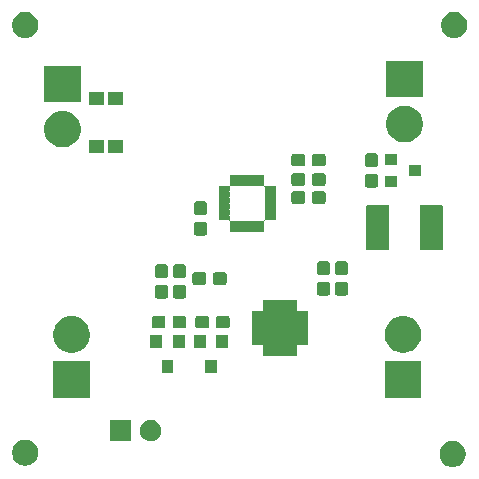
<source format=gbr>
G04 #@! TF.GenerationSoftware,KiCad,Pcbnew,(5.1.5)-3*
G04 #@! TF.CreationDate,2020-08-30T19:55:31+02:00*
G04 #@! TF.ProjectId,Drone_PCB,44726f6e-655f-4504-9342-2e6b69636164,rev?*
G04 #@! TF.SameCoordinates,Original*
G04 #@! TF.FileFunction,Soldermask,Bot*
G04 #@! TF.FilePolarity,Negative*
%FSLAX46Y46*%
G04 Gerber Fmt 4.6, Leading zero omitted, Abs format (unit mm)*
G04 Created by KiCad (PCBNEW (5.1.5)-3) date 2020-08-30 19:55:31*
%MOMM*%
%LPD*%
G04 APERTURE LIST*
%ADD10C,0.100000*%
G04 APERTURE END LIST*
D10*
G36*
X86954007Y-74230800D02*
G01*
X87062150Y-74252311D01*
X87262520Y-74335307D01*
X87442844Y-74455795D01*
X87596205Y-74609156D01*
X87716693Y-74789480D01*
X87799689Y-74989851D01*
X87842000Y-75202560D01*
X87842000Y-75419440D01*
X87799689Y-75632149D01*
X87716693Y-75832520D01*
X87596205Y-76012844D01*
X87442844Y-76166205D01*
X87262520Y-76286693D01*
X87162334Y-76328191D01*
X87062150Y-76369689D01*
X86955795Y-76390844D01*
X86849440Y-76412000D01*
X86632560Y-76412000D01*
X86526205Y-76390844D01*
X86419850Y-76369689D01*
X86219480Y-76286693D01*
X86039156Y-76166205D01*
X85885795Y-76012844D01*
X85765307Y-75832520D01*
X85682311Y-75632149D01*
X85640000Y-75419440D01*
X85640000Y-75202560D01*
X85682311Y-74989851D01*
X85765307Y-74789480D01*
X85885795Y-74609156D01*
X86039156Y-74455795D01*
X86219480Y-74335307D01*
X86419850Y-74252311D01*
X86527993Y-74230800D01*
X86632560Y-74210000D01*
X86849440Y-74210000D01*
X86954007Y-74230800D01*
G37*
G36*
X50760795Y-74109156D02*
G01*
X50867150Y-74130311D01*
X51067520Y-74213307D01*
X51247844Y-74333795D01*
X51401205Y-74487156D01*
X51521693Y-74667480D01*
X51604689Y-74867851D01*
X51647000Y-75080560D01*
X51647000Y-75297440D01*
X51604689Y-75510149D01*
X51521693Y-75710520D01*
X51401205Y-75890844D01*
X51247844Y-76044205D01*
X51067520Y-76164693D01*
X50967334Y-76206191D01*
X50867150Y-76247689D01*
X50760795Y-76268844D01*
X50654440Y-76290000D01*
X50437560Y-76290000D01*
X50331205Y-76268844D01*
X50224850Y-76247689D01*
X50124666Y-76206191D01*
X50024480Y-76164693D01*
X49844156Y-76044205D01*
X49690795Y-75890844D01*
X49570307Y-75710520D01*
X49487311Y-75510149D01*
X49445000Y-75297440D01*
X49445000Y-75080560D01*
X49487311Y-74867851D01*
X49570307Y-74667480D01*
X49690795Y-74487156D01*
X49844156Y-74333795D01*
X50024480Y-74213307D01*
X50224850Y-74130311D01*
X50331205Y-74109156D01*
X50437560Y-74088000D01*
X50654440Y-74088000D01*
X50760795Y-74109156D01*
G37*
G36*
X61302112Y-72433727D02*
G01*
X61451412Y-72463424D01*
X61615384Y-72531344D01*
X61762954Y-72629947D01*
X61888453Y-72755446D01*
X61987056Y-72903016D01*
X62054976Y-73066988D01*
X62089600Y-73241059D01*
X62089600Y-73418541D01*
X62054976Y-73592612D01*
X61987056Y-73756584D01*
X61888453Y-73904154D01*
X61762954Y-74029653D01*
X61615384Y-74128256D01*
X61451412Y-74196176D01*
X61302112Y-74225873D01*
X61277342Y-74230800D01*
X61099858Y-74230800D01*
X61075088Y-74225873D01*
X60925788Y-74196176D01*
X60761816Y-74128256D01*
X60614246Y-74029653D01*
X60488747Y-73904154D01*
X60390144Y-73756584D01*
X60322224Y-73592612D01*
X60287600Y-73418541D01*
X60287600Y-73241059D01*
X60322224Y-73066988D01*
X60390144Y-72903016D01*
X60488747Y-72755446D01*
X60614246Y-72629947D01*
X60761816Y-72531344D01*
X60925788Y-72463424D01*
X61075088Y-72433727D01*
X61099858Y-72428800D01*
X61277342Y-72428800D01*
X61302112Y-72433727D01*
G37*
G36*
X59549600Y-74230800D02*
G01*
X57747600Y-74230800D01*
X57747600Y-72428800D01*
X59549600Y-72428800D01*
X59549600Y-74230800D01*
G37*
G36*
X84100870Y-70550870D02*
G01*
X80999130Y-70550870D01*
X80999130Y-67449130D01*
X84100870Y-67449130D01*
X84100870Y-70550870D01*
G37*
G36*
X56033870Y-70550870D02*
G01*
X52932130Y-70550870D01*
X52932130Y-67449130D01*
X56033870Y-67449130D01*
X56033870Y-70550870D01*
G37*
G36*
X66794380Y-68453000D02*
G01*
X65793620Y-68453000D01*
X65793620Y-67350640D01*
X66794380Y-67350640D01*
X66794380Y-68453000D01*
G37*
G36*
X63111380Y-68453000D02*
G01*
X62110620Y-68453000D01*
X62110620Y-67350640D01*
X63111380Y-67350640D01*
X63111380Y-68453000D01*
G37*
G36*
X71041355Y-62243083D02*
G01*
X71046029Y-62244501D01*
X71050330Y-62246800D01*
X71056702Y-62252029D01*
X71077076Y-62265643D01*
X71099715Y-62275020D01*
X71123749Y-62279800D01*
X71148253Y-62279800D01*
X71172286Y-62275019D01*
X71194925Y-62265642D01*
X71215298Y-62252029D01*
X71221670Y-62246800D01*
X71225971Y-62244501D01*
X71230645Y-62243083D01*
X71241641Y-62242000D01*
X71530359Y-62242000D01*
X71541355Y-62243083D01*
X71546029Y-62244501D01*
X71550330Y-62246800D01*
X71556702Y-62252029D01*
X71577076Y-62265643D01*
X71599715Y-62275020D01*
X71623749Y-62279800D01*
X71648253Y-62279800D01*
X71672286Y-62275019D01*
X71694925Y-62265642D01*
X71715298Y-62252029D01*
X71721670Y-62246800D01*
X71725971Y-62244501D01*
X71730645Y-62243083D01*
X71741641Y-62242000D01*
X72030359Y-62242000D01*
X72041355Y-62243083D01*
X72046029Y-62244501D01*
X72050330Y-62246800D01*
X72056702Y-62252029D01*
X72077076Y-62265643D01*
X72099715Y-62275020D01*
X72123749Y-62279800D01*
X72148253Y-62279800D01*
X72172286Y-62275019D01*
X72194925Y-62265642D01*
X72215298Y-62252029D01*
X72221670Y-62246800D01*
X72225971Y-62244501D01*
X72230645Y-62243083D01*
X72241641Y-62242000D01*
X72530359Y-62242000D01*
X72541355Y-62243083D01*
X72546029Y-62244501D01*
X72550330Y-62246800D01*
X72556702Y-62252029D01*
X72577076Y-62265643D01*
X72599715Y-62275020D01*
X72623749Y-62279800D01*
X72648253Y-62279800D01*
X72672286Y-62275019D01*
X72694925Y-62265642D01*
X72715298Y-62252029D01*
X72721670Y-62246800D01*
X72725971Y-62244501D01*
X72730645Y-62243083D01*
X72741641Y-62242000D01*
X73030359Y-62242000D01*
X73041355Y-62243083D01*
X73046029Y-62244501D01*
X73050330Y-62246800D01*
X73056702Y-62252029D01*
X73077076Y-62265643D01*
X73099715Y-62275020D01*
X73123749Y-62279800D01*
X73148253Y-62279800D01*
X73172286Y-62275019D01*
X73194925Y-62265642D01*
X73215298Y-62252029D01*
X73221670Y-62246800D01*
X73225971Y-62244501D01*
X73230645Y-62243083D01*
X73241641Y-62242000D01*
X73530359Y-62242000D01*
X73541355Y-62243083D01*
X73546029Y-62244501D01*
X73550331Y-62246800D01*
X73554104Y-62249896D01*
X73557200Y-62253669D01*
X73559499Y-62257971D01*
X73560917Y-62262645D01*
X73562000Y-62273641D01*
X73562000Y-63092001D01*
X73564402Y-63116387D01*
X73571515Y-63139836D01*
X73583066Y-63161447D01*
X73598611Y-63180389D01*
X73617553Y-63195934D01*
X73639164Y-63207485D01*
X73662613Y-63214598D01*
X73686999Y-63217000D01*
X74505359Y-63217000D01*
X74516355Y-63218083D01*
X74521029Y-63219501D01*
X74525331Y-63221800D01*
X74529104Y-63224896D01*
X74532200Y-63228669D01*
X74534499Y-63232971D01*
X74535917Y-63237645D01*
X74537000Y-63248641D01*
X74537000Y-63537359D01*
X74535917Y-63548355D01*
X74534499Y-63553029D01*
X74532200Y-63557330D01*
X74526971Y-63563702D01*
X74513357Y-63584076D01*
X74503980Y-63606715D01*
X74499200Y-63630749D01*
X74499200Y-63655253D01*
X74503981Y-63679286D01*
X74513358Y-63701925D01*
X74526971Y-63722298D01*
X74532200Y-63728670D01*
X74534499Y-63732971D01*
X74535917Y-63737645D01*
X74537000Y-63748641D01*
X74537000Y-64037359D01*
X74535917Y-64048355D01*
X74534499Y-64053029D01*
X74532200Y-64057330D01*
X74526971Y-64063702D01*
X74513357Y-64084076D01*
X74503980Y-64106715D01*
X74499200Y-64130749D01*
X74499200Y-64155253D01*
X74503981Y-64179286D01*
X74513358Y-64201925D01*
X74526971Y-64222298D01*
X74532200Y-64228670D01*
X74534499Y-64232971D01*
X74535917Y-64237645D01*
X74537000Y-64248641D01*
X74537000Y-64537359D01*
X74535917Y-64548355D01*
X74534499Y-64553029D01*
X74532200Y-64557330D01*
X74526971Y-64563702D01*
X74513357Y-64584076D01*
X74503980Y-64606715D01*
X74499200Y-64630749D01*
X74499200Y-64655253D01*
X74503981Y-64679286D01*
X74513358Y-64701925D01*
X74526971Y-64722298D01*
X74532200Y-64728670D01*
X74534499Y-64732971D01*
X74535917Y-64737645D01*
X74537000Y-64748641D01*
X74537000Y-65037359D01*
X74535917Y-65048355D01*
X74534499Y-65053029D01*
X74532200Y-65057330D01*
X74526971Y-65063702D01*
X74513357Y-65084076D01*
X74503980Y-65106715D01*
X74499200Y-65130749D01*
X74499200Y-65155253D01*
X74503981Y-65179286D01*
X74513358Y-65201925D01*
X74526971Y-65222298D01*
X74532200Y-65228670D01*
X74534499Y-65232971D01*
X74535917Y-65237645D01*
X74537000Y-65248641D01*
X74537000Y-65537359D01*
X74535917Y-65548355D01*
X74534499Y-65553029D01*
X74532200Y-65557330D01*
X74526971Y-65563702D01*
X74513357Y-65584076D01*
X74503980Y-65606715D01*
X74499200Y-65630749D01*
X74499200Y-65655253D01*
X74503981Y-65679286D01*
X74513358Y-65701925D01*
X74526971Y-65722298D01*
X74532200Y-65728670D01*
X74534499Y-65732971D01*
X74535917Y-65737645D01*
X74537000Y-65748641D01*
X74537000Y-66037359D01*
X74535917Y-66048355D01*
X74534499Y-66053029D01*
X74532200Y-66057331D01*
X74529104Y-66061104D01*
X74525331Y-66064200D01*
X74521029Y-66066499D01*
X74516355Y-66067917D01*
X74505359Y-66069000D01*
X73686999Y-66069000D01*
X73662613Y-66071402D01*
X73639164Y-66078515D01*
X73617553Y-66090066D01*
X73598611Y-66105611D01*
X73583066Y-66124553D01*
X73571515Y-66146164D01*
X73564402Y-66169613D01*
X73562000Y-66193999D01*
X73562000Y-67012359D01*
X73560917Y-67023355D01*
X73559499Y-67028029D01*
X73557200Y-67032331D01*
X73554104Y-67036104D01*
X73550331Y-67039200D01*
X73546029Y-67041499D01*
X73541355Y-67042917D01*
X73530359Y-67044000D01*
X73241641Y-67044000D01*
X73230645Y-67042917D01*
X73225971Y-67041499D01*
X73221670Y-67039200D01*
X73215298Y-67033971D01*
X73194924Y-67020357D01*
X73172285Y-67010980D01*
X73148251Y-67006200D01*
X73123747Y-67006200D01*
X73099714Y-67010981D01*
X73077075Y-67020358D01*
X73056702Y-67033971D01*
X73050330Y-67039200D01*
X73046029Y-67041499D01*
X73041355Y-67042917D01*
X73030359Y-67044000D01*
X72741641Y-67044000D01*
X72730645Y-67042917D01*
X72725971Y-67041499D01*
X72721670Y-67039200D01*
X72715298Y-67033971D01*
X72694924Y-67020357D01*
X72672285Y-67010980D01*
X72648251Y-67006200D01*
X72623747Y-67006200D01*
X72599714Y-67010981D01*
X72577075Y-67020358D01*
X72556702Y-67033971D01*
X72550330Y-67039200D01*
X72546029Y-67041499D01*
X72541355Y-67042917D01*
X72530359Y-67044000D01*
X72241641Y-67044000D01*
X72230645Y-67042917D01*
X72225971Y-67041499D01*
X72221670Y-67039200D01*
X72215298Y-67033971D01*
X72194924Y-67020357D01*
X72172285Y-67010980D01*
X72148251Y-67006200D01*
X72123747Y-67006200D01*
X72099714Y-67010981D01*
X72077075Y-67020358D01*
X72056702Y-67033971D01*
X72050330Y-67039200D01*
X72046029Y-67041499D01*
X72041355Y-67042917D01*
X72030359Y-67044000D01*
X71741641Y-67044000D01*
X71730645Y-67042917D01*
X71725971Y-67041499D01*
X71721670Y-67039200D01*
X71715298Y-67033971D01*
X71694924Y-67020357D01*
X71672285Y-67010980D01*
X71648251Y-67006200D01*
X71623747Y-67006200D01*
X71599714Y-67010981D01*
X71577075Y-67020358D01*
X71556702Y-67033971D01*
X71550330Y-67039200D01*
X71546029Y-67041499D01*
X71541355Y-67042917D01*
X71530359Y-67044000D01*
X71241641Y-67044000D01*
X71230645Y-67042917D01*
X71225971Y-67041499D01*
X71221670Y-67039200D01*
X71215298Y-67033971D01*
X71194924Y-67020357D01*
X71172285Y-67010980D01*
X71148251Y-67006200D01*
X71123747Y-67006200D01*
X71099714Y-67010981D01*
X71077075Y-67020358D01*
X71056702Y-67033971D01*
X71050330Y-67039200D01*
X71046029Y-67041499D01*
X71041355Y-67042917D01*
X71030359Y-67044000D01*
X70741641Y-67044000D01*
X70730645Y-67042917D01*
X70725971Y-67041499D01*
X70721669Y-67039200D01*
X70717896Y-67036104D01*
X70714800Y-67032331D01*
X70712501Y-67028029D01*
X70711083Y-67023355D01*
X70710000Y-67012359D01*
X70710000Y-66193999D01*
X70707598Y-66169613D01*
X70700485Y-66146164D01*
X70688934Y-66124553D01*
X70673389Y-66105611D01*
X70654447Y-66090066D01*
X70632836Y-66078515D01*
X70609387Y-66071402D01*
X70585001Y-66069000D01*
X69766641Y-66069000D01*
X69755645Y-66067917D01*
X69750971Y-66066499D01*
X69746669Y-66064200D01*
X69742896Y-66061104D01*
X69739800Y-66057331D01*
X69737501Y-66053029D01*
X69736083Y-66048355D01*
X69735000Y-66037359D01*
X69735000Y-65748641D01*
X69736083Y-65737645D01*
X69737501Y-65732971D01*
X69739800Y-65728670D01*
X69745029Y-65722298D01*
X69758643Y-65701924D01*
X69768020Y-65679285D01*
X69772800Y-65655251D01*
X69772800Y-65630747D01*
X69768019Y-65606714D01*
X69758642Y-65584075D01*
X69745029Y-65563702D01*
X69739800Y-65557330D01*
X69737501Y-65553029D01*
X69736083Y-65548355D01*
X69735000Y-65537359D01*
X69735000Y-65248641D01*
X69736083Y-65237645D01*
X69737501Y-65232971D01*
X69739800Y-65228670D01*
X69745029Y-65222298D01*
X69758643Y-65201924D01*
X69768020Y-65179285D01*
X69772800Y-65155251D01*
X69772800Y-65130747D01*
X69768019Y-65106714D01*
X69758642Y-65084075D01*
X69745029Y-65063702D01*
X69739800Y-65057330D01*
X69737501Y-65053029D01*
X69736083Y-65048355D01*
X69735000Y-65037359D01*
X69735000Y-64748641D01*
X69736083Y-64737645D01*
X69737501Y-64732971D01*
X69739800Y-64728670D01*
X69745029Y-64722298D01*
X69758643Y-64701924D01*
X69768020Y-64679285D01*
X69772800Y-64655251D01*
X69772800Y-64630747D01*
X69768019Y-64606714D01*
X69758642Y-64584075D01*
X69745029Y-64563702D01*
X69739800Y-64557330D01*
X69737501Y-64553029D01*
X69736083Y-64548355D01*
X69735000Y-64537359D01*
X69735000Y-64248641D01*
X69736083Y-64237645D01*
X69737501Y-64232971D01*
X69739800Y-64228670D01*
X69745029Y-64222298D01*
X69758643Y-64201924D01*
X69768020Y-64179285D01*
X69772800Y-64155251D01*
X69772800Y-64130747D01*
X69768019Y-64106714D01*
X69758642Y-64084075D01*
X69745029Y-64063702D01*
X69739800Y-64057330D01*
X69737501Y-64053029D01*
X69736083Y-64048355D01*
X69735000Y-64037359D01*
X69735000Y-63748641D01*
X69736083Y-63737645D01*
X69737501Y-63732971D01*
X69739800Y-63728670D01*
X69745029Y-63722298D01*
X69758643Y-63701924D01*
X69768020Y-63679285D01*
X69772800Y-63655251D01*
X69772800Y-63630747D01*
X69768019Y-63606714D01*
X69758642Y-63584075D01*
X69745029Y-63563702D01*
X69739800Y-63557330D01*
X69737501Y-63553029D01*
X69736083Y-63548355D01*
X69735000Y-63537359D01*
X69735000Y-63248641D01*
X69736083Y-63237645D01*
X69737501Y-63232971D01*
X69739800Y-63228669D01*
X69742896Y-63224896D01*
X69746669Y-63221800D01*
X69750971Y-63219501D01*
X69755645Y-63218083D01*
X69766641Y-63217000D01*
X70585001Y-63217000D01*
X70609387Y-63214598D01*
X70632836Y-63207485D01*
X70654447Y-63195934D01*
X70673389Y-63180389D01*
X70688934Y-63161447D01*
X70700485Y-63139836D01*
X70707598Y-63116387D01*
X70710000Y-63092001D01*
X70710000Y-62273641D01*
X70711083Y-62262645D01*
X70712501Y-62257971D01*
X70714800Y-62253669D01*
X70717896Y-62249896D01*
X70721669Y-62246800D01*
X70725971Y-62244501D01*
X70730645Y-62243083D01*
X70741641Y-62242000D01*
X71030359Y-62242000D01*
X71041355Y-62243083D01*
G37*
G36*
X54781656Y-63668153D02*
G01*
X54935372Y-63698729D01*
X55015287Y-63731831D01*
X55217611Y-63815636D01*
X55471621Y-63985360D01*
X55687640Y-64201379D01*
X55857364Y-64455389D01*
X55920045Y-64606715D01*
X55974271Y-64737628D01*
X55984257Y-64787832D01*
X56032406Y-65029890D01*
X56033870Y-65037253D01*
X56033870Y-65342747D01*
X55974271Y-65642372D01*
X55932683Y-65742775D01*
X55857364Y-65924611D01*
X55687640Y-66178621D01*
X55471621Y-66394640D01*
X55217611Y-66564364D01*
X55052279Y-66632846D01*
X54935372Y-66681271D01*
X54835497Y-66701137D01*
X54635749Y-66740870D01*
X54330251Y-66740870D01*
X54130503Y-66701137D01*
X54030628Y-66681271D01*
X53913721Y-66632846D01*
X53748389Y-66564364D01*
X53494379Y-66394640D01*
X53278360Y-66178621D01*
X53108636Y-65924611D01*
X53033317Y-65742775D01*
X52991729Y-65642372D01*
X52932130Y-65342747D01*
X52932130Y-65037253D01*
X52933595Y-65029890D01*
X52981743Y-64787832D01*
X52991729Y-64737628D01*
X53045955Y-64606715D01*
X53108636Y-64455389D01*
X53278360Y-64201379D01*
X53494379Y-63985360D01*
X53748389Y-63815636D01*
X53950713Y-63731831D01*
X54030628Y-63698729D01*
X54184344Y-63668153D01*
X54330251Y-63639130D01*
X54635749Y-63639130D01*
X54781656Y-63668153D01*
G37*
G36*
X82848656Y-63668153D02*
G01*
X83002372Y-63698729D01*
X83082287Y-63731831D01*
X83284611Y-63815636D01*
X83538621Y-63985360D01*
X83754640Y-64201379D01*
X83924364Y-64455389D01*
X83987045Y-64606715D01*
X84041271Y-64737628D01*
X84051257Y-64787832D01*
X84099406Y-65029890D01*
X84100870Y-65037253D01*
X84100870Y-65342747D01*
X84041271Y-65642372D01*
X83999683Y-65742775D01*
X83924364Y-65924611D01*
X83754640Y-66178621D01*
X83538621Y-66394640D01*
X83284611Y-66564364D01*
X83119279Y-66632846D01*
X83002372Y-66681271D01*
X82902497Y-66701137D01*
X82702749Y-66740870D01*
X82397251Y-66740870D01*
X82197503Y-66701137D01*
X82097628Y-66681271D01*
X81980721Y-66632846D01*
X81815389Y-66564364D01*
X81561379Y-66394640D01*
X81345360Y-66178621D01*
X81175636Y-65924611D01*
X81100317Y-65742775D01*
X81058729Y-65642372D01*
X80999130Y-65342747D01*
X80999130Y-65037253D01*
X81000595Y-65029890D01*
X81048743Y-64787832D01*
X81058729Y-64737628D01*
X81112955Y-64606715D01*
X81175636Y-64455389D01*
X81345360Y-64201379D01*
X81561379Y-63985360D01*
X81815389Y-63815636D01*
X82017713Y-63731831D01*
X82097628Y-63698729D01*
X82251344Y-63668153D01*
X82397251Y-63639130D01*
X82702749Y-63639130D01*
X82848656Y-63668153D01*
G37*
G36*
X65844420Y-66354960D02*
G01*
X64843660Y-66354960D01*
X64843660Y-65252600D01*
X65844420Y-65252600D01*
X65844420Y-66354960D01*
G37*
G36*
X62161420Y-66354960D02*
G01*
X61160660Y-66354960D01*
X61160660Y-65252600D01*
X62161420Y-65252600D01*
X62161420Y-66354960D01*
G37*
G36*
X67744340Y-66354960D02*
G01*
X66743580Y-66354960D01*
X66743580Y-65252600D01*
X67744340Y-65252600D01*
X67744340Y-66354960D01*
G37*
G36*
X64061340Y-66354960D02*
G01*
X63060580Y-66354960D01*
X63060580Y-65252600D01*
X64061340Y-65252600D01*
X64061340Y-66354960D01*
G37*
G36*
X65960499Y-63613445D02*
G01*
X65997995Y-63624820D01*
X66032554Y-63643292D01*
X66062847Y-63668153D01*
X66087708Y-63698446D01*
X66106180Y-63733005D01*
X66117555Y-63770501D01*
X66122000Y-63815638D01*
X66122000Y-64454362D01*
X66117555Y-64499499D01*
X66106180Y-64536995D01*
X66087708Y-64571554D01*
X66062847Y-64601847D01*
X66032554Y-64626708D01*
X65997995Y-64645180D01*
X65960499Y-64656555D01*
X65915362Y-64661000D01*
X65176638Y-64661000D01*
X65131501Y-64656555D01*
X65094005Y-64645180D01*
X65059446Y-64626708D01*
X65029153Y-64601847D01*
X65004292Y-64571554D01*
X64985820Y-64536995D01*
X64974445Y-64499499D01*
X64970000Y-64454362D01*
X64970000Y-63815638D01*
X64974445Y-63770501D01*
X64985820Y-63733005D01*
X65004292Y-63698446D01*
X65029153Y-63668153D01*
X65059446Y-63643292D01*
X65094005Y-63624820D01*
X65131501Y-63613445D01*
X65176638Y-63609000D01*
X65915362Y-63609000D01*
X65960499Y-63613445D01*
G37*
G36*
X67710499Y-63613445D02*
G01*
X67747995Y-63624820D01*
X67782554Y-63643292D01*
X67812847Y-63668153D01*
X67837708Y-63698446D01*
X67856180Y-63733005D01*
X67867555Y-63770501D01*
X67872000Y-63815638D01*
X67872000Y-64454362D01*
X67867555Y-64499499D01*
X67856180Y-64536995D01*
X67837708Y-64571554D01*
X67812847Y-64601847D01*
X67782554Y-64626708D01*
X67747995Y-64645180D01*
X67710499Y-64656555D01*
X67665362Y-64661000D01*
X66926638Y-64661000D01*
X66881501Y-64656555D01*
X66844005Y-64645180D01*
X66809446Y-64626708D01*
X66779153Y-64601847D01*
X66754292Y-64571554D01*
X66735820Y-64536995D01*
X66724445Y-64499499D01*
X66720000Y-64454362D01*
X66720000Y-63815638D01*
X66724445Y-63770501D01*
X66735820Y-63733005D01*
X66754292Y-63698446D01*
X66779153Y-63668153D01*
X66809446Y-63643292D01*
X66844005Y-63624820D01*
X66881501Y-63613445D01*
X66926638Y-63609000D01*
X67665362Y-63609000D01*
X67710499Y-63613445D01*
G37*
G36*
X64027499Y-63613445D02*
G01*
X64064995Y-63624820D01*
X64099554Y-63643292D01*
X64129847Y-63668153D01*
X64154708Y-63698446D01*
X64173180Y-63733005D01*
X64184555Y-63770501D01*
X64189000Y-63815638D01*
X64189000Y-64454362D01*
X64184555Y-64499499D01*
X64173180Y-64536995D01*
X64154708Y-64571554D01*
X64129847Y-64601847D01*
X64099554Y-64626708D01*
X64064995Y-64645180D01*
X64027499Y-64656555D01*
X63982362Y-64661000D01*
X63243638Y-64661000D01*
X63198501Y-64656555D01*
X63161005Y-64645180D01*
X63126446Y-64626708D01*
X63096153Y-64601847D01*
X63071292Y-64571554D01*
X63052820Y-64536995D01*
X63041445Y-64499499D01*
X63037000Y-64454362D01*
X63037000Y-63815638D01*
X63041445Y-63770501D01*
X63052820Y-63733005D01*
X63071292Y-63698446D01*
X63096153Y-63668153D01*
X63126446Y-63643292D01*
X63161005Y-63624820D01*
X63198501Y-63613445D01*
X63243638Y-63609000D01*
X63982362Y-63609000D01*
X64027499Y-63613445D01*
G37*
G36*
X62277499Y-63613445D02*
G01*
X62314995Y-63624820D01*
X62349554Y-63643292D01*
X62379847Y-63668153D01*
X62404708Y-63698446D01*
X62423180Y-63733005D01*
X62434555Y-63770501D01*
X62439000Y-63815638D01*
X62439000Y-64454362D01*
X62434555Y-64499499D01*
X62423180Y-64536995D01*
X62404708Y-64571554D01*
X62379847Y-64601847D01*
X62349554Y-64626708D01*
X62314995Y-64645180D01*
X62277499Y-64656555D01*
X62232362Y-64661000D01*
X61493638Y-64661000D01*
X61448501Y-64656555D01*
X61411005Y-64645180D01*
X61376446Y-64626708D01*
X61346153Y-64601847D01*
X61321292Y-64571554D01*
X61302820Y-64536995D01*
X61291445Y-64499499D01*
X61287000Y-64454362D01*
X61287000Y-63815638D01*
X61291445Y-63770501D01*
X61302820Y-63733005D01*
X61321292Y-63698446D01*
X61346153Y-63668153D01*
X61376446Y-63643292D01*
X61411005Y-63624820D01*
X61448501Y-63613445D01*
X61493638Y-63609000D01*
X62232362Y-63609000D01*
X62277499Y-63613445D01*
G37*
G36*
X62467499Y-61009445D02*
G01*
X62504995Y-61020820D01*
X62539554Y-61039292D01*
X62569847Y-61064153D01*
X62594708Y-61094446D01*
X62613180Y-61129005D01*
X62624555Y-61166501D01*
X62629000Y-61211638D01*
X62629000Y-61950362D01*
X62624555Y-61995499D01*
X62613180Y-62032995D01*
X62594708Y-62067554D01*
X62569847Y-62097847D01*
X62539554Y-62122708D01*
X62504995Y-62141180D01*
X62467499Y-62152555D01*
X62422362Y-62157000D01*
X61783638Y-62157000D01*
X61738501Y-62152555D01*
X61701005Y-62141180D01*
X61666446Y-62122708D01*
X61636153Y-62097847D01*
X61611292Y-62067554D01*
X61592820Y-62032995D01*
X61581445Y-61995499D01*
X61577000Y-61950362D01*
X61577000Y-61211638D01*
X61581445Y-61166501D01*
X61592820Y-61129005D01*
X61611292Y-61094446D01*
X61636153Y-61064153D01*
X61666446Y-61039292D01*
X61701005Y-61020820D01*
X61738501Y-61009445D01*
X61783638Y-61005000D01*
X62422362Y-61005000D01*
X62467499Y-61009445D01*
G37*
G36*
X63991499Y-61009445D02*
G01*
X64028995Y-61020820D01*
X64063554Y-61039292D01*
X64093847Y-61064153D01*
X64118708Y-61094446D01*
X64137180Y-61129005D01*
X64148555Y-61166501D01*
X64153000Y-61211638D01*
X64153000Y-61950362D01*
X64148555Y-61995499D01*
X64137180Y-62032995D01*
X64118708Y-62067554D01*
X64093847Y-62097847D01*
X64063554Y-62122708D01*
X64028995Y-62141180D01*
X63991499Y-62152555D01*
X63946362Y-62157000D01*
X63307638Y-62157000D01*
X63262501Y-62152555D01*
X63225005Y-62141180D01*
X63190446Y-62122708D01*
X63160153Y-62097847D01*
X63135292Y-62067554D01*
X63116820Y-62032995D01*
X63105445Y-61995499D01*
X63101000Y-61950362D01*
X63101000Y-61211638D01*
X63105445Y-61166501D01*
X63116820Y-61129005D01*
X63135292Y-61094446D01*
X63160153Y-61064153D01*
X63190446Y-61039292D01*
X63225005Y-61020820D01*
X63262501Y-61009445D01*
X63307638Y-61005000D01*
X63946362Y-61005000D01*
X63991499Y-61009445D01*
G37*
G36*
X76183499Y-60755445D02*
G01*
X76220995Y-60766820D01*
X76255554Y-60785292D01*
X76285847Y-60810153D01*
X76310708Y-60840446D01*
X76329180Y-60875005D01*
X76340555Y-60912501D01*
X76345000Y-60957638D01*
X76345000Y-61696362D01*
X76340555Y-61741499D01*
X76329180Y-61778995D01*
X76310708Y-61813554D01*
X76285847Y-61843847D01*
X76255554Y-61868708D01*
X76220995Y-61887180D01*
X76183499Y-61898555D01*
X76138362Y-61903000D01*
X75499638Y-61903000D01*
X75454501Y-61898555D01*
X75417005Y-61887180D01*
X75382446Y-61868708D01*
X75352153Y-61843847D01*
X75327292Y-61813554D01*
X75308820Y-61778995D01*
X75297445Y-61741499D01*
X75293000Y-61696362D01*
X75293000Y-60957638D01*
X75297445Y-60912501D01*
X75308820Y-60875005D01*
X75327292Y-60840446D01*
X75352153Y-60810153D01*
X75382446Y-60785292D01*
X75417005Y-60766820D01*
X75454501Y-60755445D01*
X75499638Y-60751000D01*
X76138362Y-60751000D01*
X76183499Y-60755445D01*
G37*
G36*
X77707499Y-60755445D02*
G01*
X77744995Y-60766820D01*
X77779554Y-60785292D01*
X77809847Y-60810153D01*
X77834708Y-60840446D01*
X77853180Y-60875005D01*
X77864555Y-60912501D01*
X77869000Y-60957638D01*
X77869000Y-61696362D01*
X77864555Y-61741499D01*
X77853180Y-61778995D01*
X77834708Y-61813554D01*
X77809847Y-61843847D01*
X77779554Y-61868708D01*
X77744995Y-61887180D01*
X77707499Y-61898555D01*
X77662362Y-61903000D01*
X77023638Y-61903000D01*
X76978501Y-61898555D01*
X76941005Y-61887180D01*
X76906446Y-61868708D01*
X76876153Y-61843847D01*
X76851292Y-61813554D01*
X76832820Y-61778995D01*
X76821445Y-61741499D01*
X76817000Y-61696362D01*
X76817000Y-60957638D01*
X76821445Y-60912501D01*
X76832820Y-60875005D01*
X76851292Y-60840446D01*
X76876153Y-60810153D01*
X76906446Y-60785292D01*
X76941005Y-60766820D01*
X76978501Y-60755445D01*
X77023638Y-60751000D01*
X77662362Y-60751000D01*
X77707499Y-60755445D01*
G37*
G36*
X65706499Y-59930445D02*
G01*
X65743995Y-59941820D01*
X65778554Y-59960292D01*
X65808847Y-59985153D01*
X65833708Y-60015446D01*
X65852180Y-60050005D01*
X65863555Y-60087501D01*
X65868000Y-60132638D01*
X65868000Y-60771362D01*
X65863555Y-60816499D01*
X65852180Y-60853995D01*
X65833708Y-60888554D01*
X65808847Y-60918847D01*
X65778554Y-60943708D01*
X65743995Y-60962180D01*
X65706499Y-60973555D01*
X65661362Y-60978000D01*
X64922638Y-60978000D01*
X64877501Y-60973555D01*
X64840005Y-60962180D01*
X64805446Y-60943708D01*
X64775153Y-60918847D01*
X64750292Y-60888554D01*
X64731820Y-60853995D01*
X64720445Y-60816499D01*
X64716000Y-60771362D01*
X64716000Y-60132638D01*
X64720445Y-60087501D01*
X64731820Y-60050005D01*
X64750292Y-60015446D01*
X64775153Y-59985153D01*
X64805446Y-59960292D01*
X64840005Y-59941820D01*
X64877501Y-59930445D01*
X64922638Y-59926000D01*
X65661362Y-59926000D01*
X65706499Y-59930445D01*
G37*
G36*
X67456499Y-59930445D02*
G01*
X67493995Y-59941820D01*
X67528554Y-59960292D01*
X67558847Y-59985153D01*
X67583708Y-60015446D01*
X67602180Y-60050005D01*
X67613555Y-60087501D01*
X67618000Y-60132638D01*
X67618000Y-60771362D01*
X67613555Y-60816499D01*
X67602180Y-60853995D01*
X67583708Y-60888554D01*
X67558847Y-60918847D01*
X67528554Y-60943708D01*
X67493995Y-60962180D01*
X67456499Y-60973555D01*
X67411362Y-60978000D01*
X66672638Y-60978000D01*
X66627501Y-60973555D01*
X66590005Y-60962180D01*
X66555446Y-60943708D01*
X66525153Y-60918847D01*
X66500292Y-60888554D01*
X66481820Y-60853995D01*
X66470445Y-60816499D01*
X66466000Y-60771362D01*
X66466000Y-60132638D01*
X66470445Y-60087501D01*
X66481820Y-60050005D01*
X66500292Y-60015446D01*
X66525153Y-59985153D01*
X66555446Y-59960292D01*
X66590005Y-59941820D01*
X66627501Y-59930445D01*
X66672638Y-59926000D01*
X67411362Y-59926000D01*
X67456499Y-59930445D01*
G37*
G36*
X62467499Y-59259445D02*
G01*
X62504995Y-59270820D01*
X62539554Y-59289292D01*
X62569847Y-59314153D01*
X62594708Y-59344446D01*
X62613180Y-59379005D01*
X62624555Y-59416501D01*
X62629000Y-59461638D01*
X62629000Y-60200362D01*
X62624555Y-60245499D01*
X62613180Y-60282995D01*
X62594708Y-60317554D01*
X62569847Y-60347847D01*
X62539554Y-60372708D01*
X62504995Y-60391180D01*
X62467499Y-60402555D01*
X62422362Y-60407000D01*
X61783638Y-60407000D01*
X61738501Y-60402555D01*
X61701005Y-60391180D01*
X61666446Y-60372708D01*
X61636153Y-60347847D01*
X61611292Y-60317554D01*
X61592820Y-60282995D01*
X61581445Y-60245499D01*
X61577000Y-60200362D01*
X61577000Y-59461638D01*
X61581445Y-59416501D01*
X61592820Y-59379005D01*
X61611292Y-59344446D01*
X61636153Y-59314153D01*
X61666446Y-59289292D01*
X61701005Y-59270820D01*
X61738501Y-59259445D01*
X61783638Y-59255000D01*
X62422362Y-59255000D01*
X62467499Y-59259445D01*
G37*
G36*
X63991499Y-59259445D02*
G01*
X64028995Y-59270820D01*
X64063554Y-59289292D01*
X64093847Y-59314153D01*
X64118708Y-59344446D01*
X64137180Y-59379005D01*
X64148555Y-59416501D01*
X64153000Y-59461638D01*
X64153000Y-60200362D01*
X64148555Y-60245499D01*
X64137180Y-60282995D01*
X64118708Y-60317554D01*
X64093847Y-60347847D01*
X64063554Y-60372708D01*
X64028995Y-60391180D01*
X63991499Y-60402555D01*
X63946362Y-60407000D01*
X63307638Y-60407000D01*
X63262501Y-60402555D01*
X63225005Y-60391180D01*
X63190446Y-60372708D01*
X63160153Y-60347847D01*
X63135292Y-60317554D01*
X63116820Y-60282995D01*
X63105445Y-60245499D01*
X63101000Y-60200362D01*
X63101000Y-59461638D01*
X63105445Y-59416501D01*
X63116820Y-59379005D01*
X63135292Y-59344446D01*
X63160153Y-59314153D01*
X63190446Y-59289292D01*
X63225005Y-59270820D01*
X63262501Y-59259445D01*
X63307638Y-59255000D01*
X63946362Y-59255000D01*
X63991499Y-59259445D01*
G37*
G36*
X76183499Y-59005445D02*
G01*
X76220995Y-59016820D01*
X76255554Y-59035292D01*
X76285847Y-59060153D01*
X76310708Y-59090446D01*
X76329180Y-59125005D01*
X76340555Y-59162501D01*
X76345000Y-59207638D01*
X76345000Y-59946362D01*
X76340555Y-59991499D01*
X76329180Y-60028995D01*
X76310708Y-60063554D01*
X76285847Y-60093847D01*
X76255554Y-60118708D01*
X76220995Y-60137180D01*
X76183499Y-60148555D01*
X76138362Y-60153000D01*
X75499638Y-60153000D01*
X75454501Y-60148555D01*
X75417005Y-60137180D01*
X75382446Y-60118708D01*
X75352153Y-60093847D01*
X75327292Y-60063554D01*
X75308820Y-60028995D01*
X75297445Y-59991499D01*
X75293000Y-59946362D01*
X75293000Y-59207638D01*
X75297445Y-59162501D01*
X75308820Y-59125005D01*
X75327292Y-59090446D01*
X75352153Y-59060153D01*
X75382446Y-59035292D01*
X75417005Y-59016820D01*
X75454501Y-59005445D01*
X75499638Y-59001000D01*
X76138362Y-59001000D01*
X76183499Y-59005445D01*
G37*
G36*
X77707499Y-59005445D02*
G01*
X77744995Y-59016820D01*
X77779554Y-59035292D01*
X77809847Y-59060153D01*
X77834708Y-59090446D01*
X77853180Y-59125005D01*
X77864555Y-59162501D01*
X77869000Y-59207638D01*
X77869000Y-59946362D01*
X77864555Y-59991499D01*
X77853180Y-60028995D01*
X77834708Y-60063554D01*
X77809847Y-60093847D01*
X77779554Y-60118708D01*
X77744995Y-60137180D01*
X77707499Y-60148555D01*
X77662362Y-60153000D01*
X77023638Y-60153000D01*
X76978501Y-60148555D01*
X76941005Y-60137180D01*
X76906446Y-60118708D01*
X76876153Y-60093847D01*
X76851292Y-60063554D01*
X76832820Y-60028995D01*
X76821445Y-59991499D01*
X76817000Y-59946362D01*
X76817000Y-59207638D01*
X76821445Y-59162501D01*
X76832820Y-59125005D01*
X76851292Y-59090446D01*
X76876153Y-59060153D01*
X76906446Y-59035292D01*
X76941005Y-59016820D01*
X76978501Y-59005445D01*
X77023638Y-59001000D01*
X77662362Y-59001000D01*
X77707499Y-59005445D01*
G37*
G36*
X85788981Y-54211909D02*
G01*
X85821242Y-54221695D01*
X85850969Y-54237585D01*
X85877029Y-54258971D01*
X85898415Y-54285031D01*
X85914305Y-54314758D01*
X85924091Y-54347019D01*
X85928000Y-54386708D01*
X85928000Y-57881292D01*
X85924091Y-57920981D01*
X85914305Y-57953242D01*
X85898415Y-57982969D01*
X85877029Y-58009029D01*
X85850969Y-58030415D01*
X85821242Y-58046305D01*
X85788981Y-58056091D01*
X85749292Y-58060000D01*
X84154708Y-58060000D01*
X84115019Y-58056091D01*
X84082758Y-58046305D01*
X84053031Y-58030415D01*
X84026971Y-58009029D01*
X84005585Y-57982969D01*
X83989695Y-57953242D01*
X83979909Y-57920981D01*
X83976000Y-57881292D01*
X83976000Y-54386708D01*
X83979909Y-54347019D01*
X83989695Y-54314758D01*
X84005585Y-54285031D01*
X84026971Y-54258971D01*
X84053031Y-54237585D01*
X84082758Y-54221695D01*
X84115019Y-54211909D01*
X84154708Y-54208000D01*
X85749292Y-54208000D01*
X85788981Y-54211909D01*
G37*
G36*
X81238981Y-54211909D02*
G01*
X81271242Y-54221695D01*
X81300969Y-54237585D01*
X81327029Y-54258971D01*
X81348415Y-54285031D01*
X81364305Y-54314758D01*
X81374091Y-54347019D01*
X81378000Y-54386708D01*
X81378000Y-57881292D01*
X81374091Y-57920981D01*
X81364305Y-57953242D01*
X81348415Y-57982969D01*
X81327029Y-58009029D01*
X81300969Y-58030415D01*
X81271242Y-58046305D01*
X81238981Y-58056091D01*
X81199292Y-58060000D01*
X79604708Y-58060000D01*
X79565019Y-58056091D01*
X79532758Y-58046305D01*
X79503031Y-58030415D01*
X79476971Y-58009029D01*
X79455585Y-57982969D01*
X79439695Y-57953242D01*
X79429909Y-57920981D01*
X79426000Y-57881292D01*
X79426000Y-54386708D01*
X79429909Y-54347019D01*
X79439695Y-54314758D01*
X79455585Y-54285031D01*
X79476971Y-54258971D01*
X79503031Y-54237585D01*
X79532758Y-54221695D01*
X79565019Y-54211909D01*
X79604708Y-54208000D01*
X81199292Y-54208000D01*
X81238981Y-54211909D01*
G37*
G36*
X65769499Y-55675445D02*
G01*
X65806995Y-55686820D01*
X65841554Y-55705292D01*
X65871847Y-55730153D01*
X65896708Y-55760446D01*
X65915180Y-55795005D01*
X65926555Y-55832501D01*
X65931000Y-55877638D01*
X65931000Y-56616362D01*
X65926555Y-56661499D01*
X65915180Y-56698995D01*
X65896708Y-56733554D01*
X65871847Y-56763847D01*
X65841554Y-56788708D01*
X65806995Y-56807180D01*
X65769499Y-56818555D01*
X65724362Y-56823000D01*
X65085638Y-56823000D01*
X65040501Y-56818555D01*
X65003005Y-56807180D01*
X64968446Y-56788708D01*
X64938153Y-56763847D01*
X64913292Y-56733554D01*
X64894820Y-56698995D01*
X64883445Y-56661499D01*
X64879000Y-56616362D01*
X64879000Y-55877638D01*
X64883445Y-55832501D01*
X64894820Y-55795005D01*
X64913292Y-55760446D01*
X64938153Y-55730153D01*
X64968446Y-55705292D01*
X65003005Y-55686820D01*
X65040501Y-55675445D01*
X65085638Y-55671000D01*
X65724362Y-55671000D01*
X65769499Y-55675445D01*
G37*
G36*
X68276295Y-51663323D02*
G01*
X68283309Y-51665451D01*
X68297077Y-51672810D01*
X68319716Y-51682187D01*
X68343749Y-51686967D01*
X68368253Y-51686967D01*
X68392286Y-51682186D01*
X68414923Y-51672810D01*
X68428691Y-51665451D01*
X68435705Y-51663323D01*
X68449140Y-51662000D01*
X68762860Y-51662000D01*
X68776295Y-51663323D01*
X68783309Y-51665451D01*
X68797077Y-51672810D01*
X68819716Y-51682187D01*
X68843749Y-51686967D01*
X68868253Y-51686967D01*
X68892286Y-51682186D01*
X68914923Y-51672810D01*
X68928691Y-51665451D01*
X68935705Y-51663323D01*
X68949140Y-51662000D01*
X69262860Y-51662000D01*
X69276295Y-51663323D01*
X69283309Y-51665451D01*
X69297077Y-51672810D01*
X69319716Y-51682187D01*
X69343749Y-51686967D01*
X69368253Y-51686967D01*
X69392286Y-51682186D01*
X69414923Y-51672810D01*
X69428691Y-51665451D01*
X69435705Y-51663323D01*
X69449140Y-51662000D01*
X69762860Y-51662000D01*
X69776295Y-51663323D01*
X69783309Y-51665451D01*
X69797077Y-51672810D01*
X69819716Y-51682187D01*
X69843749Y-51686967D01*
X69868253Y-51686967D01*
X69892286Y-51682186D01*
X69914923Y-51672810D01*
X69928691Y-51665451D01*
X69935705Y-51663323D01*
X69949140Y-51662000D01*
X70262860Y-51662000D01*
X70276295Y-51663323D01*
X70283309Y-51665451D01*
X70297077Y-51672810D01*
X70319716Y-51682187D01*
X70343749Y-51686967D01*
X70368253Y-51686967D01*
X70392286Y-51682186D01*
X70414923Y-51672810D01*
X70428691Y-51665451D01*
X70435705Y-51663323D01*
X70449140Y-51662000D01*
X70762860Y-51662000D01*
X70776295Y-51663323D01*
X70783310Y-51665451D01*
X70789776Y-51668908D01*
X70795442Y-51673558D01*
X70800092Y-51679224D01*
X70803549Y-51685690D01*
X70805677Y-51692705D01*
X70807000Y-51706140D01*
X70807000Y-52512001D01*
X70809402Y-52536387D01*
X70816515Y-52559836D01*
X70828066Y-52581447D01*
X70843611Y-52600389D01*
X70862553Y-52615934D01*
X70884164Y-52627485D01*
X70907613Y-52634598D01*
X70931999Y-52637000D01*
X71737860Y-52637000D01*
X71751295Y-52638323D01*
X71758310Y-52640451D01*
X71764776Y-52643908D01*
X71770442Y-52648558D01*
X71775092Y-52654224D01*
X71778549Y-52660690D01*
X71780677Y-52667705D01*
X71782000Y-52681140D01*
X71782000Y-52994860D01*
X71780677Y-53008295D01*
X71778549Y-53015309D01*
X71771190Y-53029077D01*
X71761813Y-53051716D01*
X71757033Y-53075749D01*
X71757033Y-53100253D01*
X71761814Y-53124286D01*
X71771190Y-53146923D01*
X71778549Y-53160691D01*
X71780677Y-53167705D01*
X71782000Y-53181140D01*
X71782000Y-53494860D01*
X71780677Y-53508295D01*
X71778549Y-53515309D01*
X71771190Y-53529077D01*
X71761813Y-53551716D01*
X71757033Y-53575749D01*
X71757033Y-53600253D01*
X71761814Y-53624286D01*
X71771190Y-53646923D01*
X71778549Y-53660691D01*
X71780677Y-53667705D01*
X71782000Y-53681140D01*
X71782000Y-53994860D01*
X71780677Y-54008295D01*
X71778549Y-54015309D01*
X71771190Y-54029077D01*
X71761813Y-54051716D01*
X71757033Y-54075749D01*
X71757033Y-54100253D01*
X71761814Y-54124286D01*
X71771190Y-54146923D01*
X71778549Y-54160691D01*
X71780677Y-54167705D01*
X71782000Y-54181140D01*
X71782000Y-54494860D01*
X71780677Y-54508295D01*
X71778549Y-54515309D01*
X71771190Y-54529077D01*
X71761813Y-54551716D01*
X71757033Y-54575749D01*
X71757033Y-54600253D01*
X71761814Y-54624286D01*
X71771190Y-54646923D01*
X71778549Y-54660691D01*
X71780677Y-54667705D01*
X71782000Y-54681140D01*
X71782000Y-54994860D01*
X71780677Y-55008295D01*
X71778549Y-55015309D01*
X71771190Y-55029077D01*
X71761813Y-55051716D01*
X71757033Y-55075749D01*
X71757033Y-55100253D01*
X71761814Y-55124286D01*
X71771190Y-55146923D01*
X71778549Y-55160691D01*
X71780677Y-55167705D01*
X71782000Y-55181140D01*
X71782000Y-55494860D01*
X71780677Y-55508295D01*
X71778549Y-55515310D01*
X71775092Y-55521776D01*
X71770442Y-55527442D01*
X71764776Y-55532092D01*
X71758310Y-55535549D01*
X71751295Y-55537677D01*
X71737860Y-55539000D01*
X70931999Y-55539000D01*
X70907613Y-55541402D01*
X70884164Y-55548515D01*
X70862553Y-55560066D01*
X70843611Y-55575611D01*
X70828066Y-55594553D01*
X70816515Y-55616164D01*
X70809402Y-55639613D01*
X70807000Y-55663999D01*
X70807000Y-56469860D01*
X70805677Y-56483295D01*
X70803549Y-56490310D01*
X70800092Y-56496776D01*
X70795442Y-56502442D01*
X70789776Y-56507092D01*
X70783310Y-56510549D01*
X70776295Y-56512677D01*
X70762860Y-56514000D01*
X70449140Y-56514000D01*
X70435705Y-56512677D01*
X70428691Y-56510549D01*
X70414923Y-56503190D01*
X70392284Y-56493813D01*
X70368251Y-56489033D01*
X70343747Y-56489033D01*
X70319714Y-56493814D01*
X70297077Y-56503190D01*
X70283309Y-56510549D01*
X70276295Y-56512677D01*
X70262860Y-56514000D01*
X69949140Y-56514000D01*
X69935705Y-56512677D01*
X69928691Y-56510549D01*
X69914923Y-56503190D01*
X69892284Y-56493813D01*
X69868251Y-56489033D01*
X69843747Y-56489033D01*
X69819714Y-56493814D01*
X69797077Y-56503190D01*
X69783309Y-56510549D01*
X69776295Y-56512677D01*
X69762860Y-56514000D01*
X69449140Y-56514000D01*
X69435705Y-56512677D01*
X69428691Y-56510549D01*
X69414923Y-56503190D01*
X69392284Y-56493813D01*
X69368251Y-56489033D01*
X69343747Y-56489033D01*
X69319714Y-56493814D01*
X69297077Y-56503190D01*
X69283309Y-56510549D01*
X69276295Y-56512677D01*
X69262860Y-56514000D01*
X68949140Y-56514000D01*
X68935705Y-56512677D01*
X68928691Y-56510549D01*
X68914923Y-56503190D01*
X68892284Y-56493813D01*
X68868251Y-56489033D01*
X68843747Y-56489033D01*
X68819714Y-56493814D01*
X68797077Y-56503190D01*
X68783309Y-56510549D01*
X68776295Y-56512677D01*
X68762860Y-56514000D01*
X68449140Y-56514000D01*
X68435705Y-56512677D01*
X68428691Y-56510549D01*
X68414923Y-56503190D01*
X68392284Y-56493813D01*
X68368251Y-56489033D01*
X68343747Y-56489033D01*
X68319714Y-56493814D01*
X68297077Y-56503190D01*
X68283309Y-56510549D01*
X68276295Y-56512677D01*
X68262860Y-56514000D01*
X67949140Y-56514000D01*
X67935705Y-56512677D01*
X67928690Y-56510549D01*
X67922224Y-56507092D01*
X67916558Y-56502442D01*
X67911908Y-56496776D01*
X67908451Y-56490310D01*
X67906323Y-56483295D01*
X67905000Y-56469860D01*
X67905000Y-55663999D01*
X67902598Y-55639613D01*
X67895485Y-55616164D01*
X67883934Y-55594553D01*
X67868389Y-55575611D01*
X67849447Y-55560066D01*
X67827836Y-55548515D01*
X67804387Y-55541402D01*
X67780001Y-55539000D01*
X66974140Y-55539000D01*
X66960705Y-55537677D01*
X66953690Y-55535549D01*
X66947224Y-55532092D01*
X66941558Y-55527442D01*
X66936908Y-55521776D01*
X66933451Y-55515310D01*
X66931323Y-55508295D01*
X66930000Y-55494860D01*
X66930000Y-55181140D01*
X66931323Y-55167705D01*
X66933451Y-55160691D01*
X66940810Y-55146923D01*
X66950187Y-55124284D01*
X66954967Y-55100251D01*
X66954967Y-55075747D01*
X66950186Y-55051714D01*
X66940810Y-55029077D01*
X66933451Y-55015309D01*
X66931323Y-55008295D01*
X66930000Y-54994860D01*
X66930000Y-54681140D01*
X66931323Y-54667705D01*
X66933451Y-54660691D01*
X66940810Y-54646923D01*
X66950187Y-54624284D01*
X66954967Y-54600251D01*
X66954967Y-54575747D01*
X66950186Y-54551714D01*
X66940810Y-54529077D01*
X66933451Y-54515309D01*
X66931323Y-54508295D01*
X66930000Y-54494860D01*
X66930000Y-54181140D01*
X66931323Y-54167705D01*
X66933451Y-54160691D01*
X66940810Y-54146923D01*
X66950187Y-54124284D01*
X66954967Y-54100251D01*
X66954967Y-54075747D01*
X66950186Y-54051714D01*
X66940810Y-54029077D01*
X66933451Y-54015309D01*
X66931323Y-54008295D01*
X66930000Y-53994860D01*
X66930000Y-53681140D01*
X66931323Y-53667705D01*
X66933451Y-53660691D01*
X66940810Y-53646923D01*
X66950187Y-53624284D01*
X66954967Y-53600251D01*
X66954967Y-53575747D01*
X66950186Y-53551714D01*
X66940810Y-53529077D01*
X66933451Y-53515309D01*
X66931323Y-53508295D01*
X66930000Y-53494860D01*
X66930000Y-53181140D01*
X66931323Y-53167705D01*
X66933451Y-53160691D01*
X66940810Y-53146923D01*
X66950187Y-53124284D01*
X66954967Y-53100251D01*
X66954967Y-53075749D01*
X67857033Y-53075749D01*
X67857033Y-53100253D01*
X67861814Y-53124286D01*
X67871190Y-53146923D01*
X67878549Y-53160691D01*
X67880677Y-53167705D01*
X67882000Y-53181140D01*
X67882000Y-53494860D01*
X67880677Y-53508295D01*
X67878549Y-53515309D01*
X67871190Y-53529077D01*
X67861813Y-53551716D01*
X67857033Y-53575749D01*
X67857033Y-53600253D01*
X67861814Y-53624286D01*
X67871190Y-53646923D01*
X67878549Y-53660691D01*
X67880677Y-53667705D01*
X67882000Y-53681140D01*
X67882000Y-53994860D01*
X67880677Y-54008295D01*
X67878549Y-54015309D01*
X67871190Y-54029077D01*
X67861813Y-54051716D01*
X67857033Y-54075749D01*
X67857033Y-54100253D01*
X67861814Y-54124286D01*
X67871190Y-54146923D01*
X67878549Y-54160691D01*
X67880677Y-54167705D01*
X67882000Y-54181140D01*
X67882000Y-54494860D01*
X67880677Y-54508295D01*
X67878549Y-54515309D01*
X67871190Y-54529077D01*
X67861813Y-54551716D01*
X67857033Y-54575749D01*
X67857033Y-54600253D01*
X67861814Y-54624286D01*
X67871190Y-54646923D01*
X67878549Y-54660691D01*
X67880677Y-54667705D01*
X67882000Y-54681140D01*
X67882000Y-54994860D01*
X67880677Y-55008295D01*
X67878549Y-55015309D01*
X67871190Y-55029077D01*
X67861813Y-55051716D01*
X67857033Y-55075749D01*
X67857033Y-55100253D01*
X67861814Y-55124286D01*
X67871190Y-55146923D01*
X67878549Y-55160691D01*
X67880677Y-55167705D01*
X67882000Y-55181140D01*
X67882000Y-55437001D01*
X67884402Y-55461387D01*
X67891515Y-55484836D01*
X67903066Y-55506447D01*
X67918611Y-55525389D01*
X67937553Y-55540934D01*
X67959164Y-55552485D01*
X67982613Y-55559598D01*
X68006999Y-55562000D01*
X68262860Y-55562000D01*
X68276295Y-55563323D01*
X68283309Y-55565451D01*
X68297077Y-55572810D01*
X68319716Y-55582187D01*
X68343749Y-55586967D01*
X68368253Y-55586967D01*
X68392286Y-55582186D01*
X68414923Y-55572810D01*
X68428691Y-55565451D01*
X68435705Y-55563323D01*
X68449140Y-55562000D01*
X68762860Y-55562000D01*
X68776295Y-55563323D01*
X68783309Y-55565451D01*
X68797077Y-55572810D01*
X68819716Y-55582187D01*
X68843749Y-55586967D01*
X68868253Y-55586967D01*
X68892286Y-55582186D01*
X68914923Y-55572810D01*
X68928691Y-55565451D01*
X68935705Y-55563323D01*
X68949140Y-55562000D01*
X69262860Y-55562000D01*
X69276295Y-55563323D01*
X69283309Y-55565451D01*
X69297077Y-55572810D01*
X69319716Y-55582187D01*
X69343749Y-55586967D01*
X69368253Y-55586967D01*
X69392286Y-55582186D01*
X69414923Y-55572810D01*
X69428691Y-55565451D01*
X69435705Y-55563323D01*
X69449140Y-55562000D01*
X69762860Y-55562000D01*
X69776295Y-55563323D01*
X69783309Y-55565451D01*
X69797077Y-55572810D01*
X69819716Y-55582187D01*
X69843749Y-55586967D01*
X69868253Y-55586967D01*
X69892286Y-55582186D01*
X69914923Y-55572810D01*
X69928691Y-55565451D01*
X69935705Y-55563323D01*
X69949140Y-55562000D01*
X70262860Y-55562000D01*
X70276295Y-55563323D01*
X70283309Y-55565451D01*
X70297077Y-55572810D01*
X70319716Y-55582187D01*
X70343749Y-55586967D01*
X70368253Y-55586967D01*
X70392286Y-55582186D01*
X70414923Y-55572810D01*
X70428691Y-55565451D01*
X70435705Y-55563323D01*
X70449140Y-55562000D01*
X70705001Y-55562000D01*
X70729387Y-55559598D01*
X70752836Y-55552485D01*
X70774447Y-55540934D01*
X70793389Y-55525389D01*
X70808934Y-55506447D01*
X70820485Y-55484836D01*
X70827598Y-55461387D01*
X70830000Y-55437001D01*
X70830000Y-55181140D01*
X70831323Y-55167705D01*
X70833451Y-55160691D01*
X70840810Y-55146923D01*
X70850187Y-55124284D01*
X70854967Y-55100251D01*
X70854967Y-55075747D01*
X70850186Y-55051714D01*
X70840810Y-55029077D01*
X70833451Y-55015309D01*
X70831323Y-55008295D01*
X70830000Y-54994860D01*
X70830000Y-54681140D01*
X70831323Y-54667705D01*
X70833451Y-54660691D01*
X70840810Y-54646923D01*
X70850187Y-54624284D01*
X70854967Y-54600251D01*
X70854967Y-54575747D01*
X70850186Y-54551714D01*
X70840810Y-54529077D01*
X70833451Y-54515309D01*
X70831323Y-54508295D01*
X70830000Y-54494860D01*
X70830000Y-54181140D01*
X70831323Y-54167705D01*
X70833451Y-54160691D01*
X70840810Y-54146923D01*
X70850187Y-54124284D01*
X70854967Y-54100251D01*
X70854967Y-54075747D01*
X70850186Y-54051714D01*
X70840810Y-54029077D01*
X70833451Y-54015309D01*
X70831323Y-54008295D01*
X70830000Y-53994860D01*
X70830000Y-53681140D01*
X70831323Y-53667705D01*
X70833451Y-53660691D01*
X70840810Y-53646923D01*
X70850187Y-53624284D01*
X70854967Y-53600251D01*
X70854967Y-53575747D01*
X70850186Y-53551714D01*
X70840810Y-53529077D01*
X70833451Y-53515309D01*
X70831323Y-53508295D01*
X70830000Y-53494860D01*
X70830000Y-53181140D01*
X70831323Y-53167705D01*
X70833451Y-53160691D01*
X70840810Y-53146923D01*
X70850187Y-53124284D01*
X70854967Y-53100251D01*
X70854967Y-53075747D01*
X70850186Y-53051714D01*
X70840810Y-53029077D01*
X70833451Y-53015309D01*
X70831323Y-53008295D01*
X70830000Y-52994860D01*
X70830000Y-52738999D01*
X70827598Y-52714613D01*
X70820485Y-52691164D01*
X70808934Y-52669553D01*
X70793389Y-52650611D01*
X70774447Y-52635066D01*
X70752836Y-52623515D01*
X70729387Y-52616402D01*
X70705001Y-52614000D01*
X70449140Y-52614000D01*
X70435705Y-52612677D01*
X70428691Y-52610549D01*
X70414923Y-52603190D01*
X70392284Y-52593813D01*
X70368251Y-52589033D01*
X70343747Y-52589033D01*
X70319714Y-52593814D01*
X70297077Y-52603190D01*
X70283309Y-52610549D01*
X70276295Y-52612677D01*
X70262860Y-52614000D01*
X69949140Y-52614000D01*
X69935705Y-52612677D01*
X69928691Y-52610549D01*
X69914923Y-52603190D01*
X69892284Y-52593813D01*
X69868251Y-52589033D01*
X69843747Y-52589033D01*
X69819714Y-52593814D01*
X69797077Y-52603190D01*
X69783309Y-52610549D01*
X69776295Y-52612677D01*
X69762860Y-52614000D01*
X69449140Y-52614000D01*
X69435705Y-52612677D01*
X69428691Y-52610549D01*
X69414923Y-52603190D01*
X69392284Y-52593813D01*
X69368251Y-52589033D01*
X69343747Y-52589033D01*
X69319714Y-52593814D01*
X69297077Y-52603190D01*
X69283309Y-52610549D01*
X69276295Y-52612677D01*
X69262860Y-52614000D01*
X68949140Y-52614000D01*
X68935705Y-52612677D01*
X68928691Y-52610549D01*
X68914923Y-52603190D01*
X68892284Y-52593813D01*
X68868251Y-52589033D01*
X68843747Y-52589033D01*
X68819714Y-52593814D01*
X68797077Y-52603190D01*
X68783309Y-52610549D01*
X68776295Y-52612677D01*
X68762860Y-52614000D01*
X68449140Y-52614000D01*
X68435705Y-52612677D01*
X68428691Y-52610549D01*
X68414923Y-52603190D01*
X68392284Y-52593813D01*
X68368251Y-52589033D01*
X68343747Y-52589033D01*
X68319714Y-52593814D01*
X68297077Y-52603190D01*
X68283309Y-52610549D01*
X68276295Y-52612677D01*
X68262860Y-52614000D01*
X68006999Y-52614000D01*
X67982613Y-52616402D01*
X67959164Y-52623515D01*
X67937553Y-52635066D01*
X67918611Y-52650611D01*
X67903066Y-52669553D01*
X67891515Y-52691164D01*
X67884402Y-52714613D01*
X67882000Y-52738999D01*
X67882000Y-52994860D01*
X67880677Y-53008295D01*
X67878549Y-53015309D01*
X67871190Y-53029077D01*
X67861813Y-53051716D01*
X67857033Y-53075749D01*
X66954967Y-53075749D01*
X66954967Y-53075747D01*
X66950186Y-53051714D01*
X66940810Y-53029077D01*
X66933451Y-53015309D01*
X66931323Y-53008295D01*
X66930000Y-52994860D01*
X66930000Y-52681140D01*
X66931323Y-52667705D01*
X66933451Y-52660690D01*
X66936908Y-52654224D01*
X66941558Y-52648558D01*
X66947224Y-52643908D01*
X66953690Y-52640451D01*
X66960705Y-52638323D01*
X66974140Y-52637000D01*
X67780001Y-52637000D01*
X67804387Y-52634598D01*
X67827836Y-52627485D01*
X67849447Y-52615934D01*
X67868389Y-52600389D01*
X67883934Y-52581447D01*
X67895485Y-52559836D01*
X67902598Y-52536387D01*
X67905000Y-52512001D01*
X67905000Y-51706140D01*
X67906323Y-51692705D01*
X67908451Y-51685690D01*
X67911908Y-51679224D01*
X67916558Y-51673558D01*
X67922224Y-51668908D01*
X67928690Y-51665451D01*
X67935705Y-51663323D01*
X67949140Y-51662000D01*
X68262860Y-51662000D01*
X68276295Y-51663323D01*
G37*
G36*
X65769499Y-53925445D02*
G01*
X65806995Y-53936820D01*
X65841554Y-53955292D01*
X65871847Y-53980153D01*
X65896708Y-54010446D01*
X65915180Y-54045005D01*
X65926555Y-54082501D01*
X65931000Y-54127638D01*
X65931000Y-54866362D01*
X65926555Y-54911499D01*
X65915180Y-54948995D01*
X65896708Y-54983554D01*
X65871847Y-55013847D01*
X65841554Y-55038708D01*
X65806995Y-55057180D01*
X65769499Y-55068555D01*
X65724362Y-55073000D01*
X65085638Y-55073000D01*
X65040501Y-55068555D01*
X65003005Y-55057180D01*
X64968446Y-55038708D01*
X64938153Y-55013847D01*
X64913292Y-54983554D01*
X64894820Y-54948995D01*
X64883445Y-54911499D01*
X64879000Y-54866362D01*
X64879000Y-54127638D01*
X64883445Y-54082501D01*
X64894820Y-54045005D01*
X64913292Y-54010446D01*
X64938153Y-53980153D01*
X64968446Y-53955292D01*
X65003005Y-53936820D01*
X65040501Y-53925445D01*
X65085638Y-53921000D01*
X65724362Y-53921000D01*
X65769499Y-53925445D01*
G37*
G36*
X74088499Y-53072445D02*
G01*
X74125995Y-53083820D01*
X74160554Y-53102292D01*
X74190847Y-53127153D01*
X74215708Y-53157446D01*
X74234180Y-53192005D01*
X74245555Y-53229501D01*
X74250000Y-53274638D01*
X74250000Y-53913362D01*
X74245555Y-53958499D01*
X74234180Y-53995995D01*
X74215708Y-54030554D01*
X74190847Y-54060847D01*
X74160554Y-54085708D01*
X74125995Y-54104180D01*
X74088499Y-54115555D01*
X74043362Y-54120000D01*
X73304638Y-54120000D01*
X73259501Y-54115555D01*
X73222005Y-54104180D01*
X73187446Y-54085708D01*
X73157153Y-54060847D01*
X73132292Y-54030554D01*
X73113820Y-53995995D01*
X73102445Y-53958499D01*
X73098000Y-53913362D01*
X73098000Y-53274638D01*
X73102445Y-53229501D01*
X73113820Y-53192005D01*
X73132292Y-53157446D01*
X73157153Y-53127153D01*
X73187446Y-53102292D01*
X73222005Y-53083820D01*
X73259501Y-53072445D01*
X73304638Y-53068000D01*
X74043362Y-53068000D01*
X74088499Y-53072445D01*
G37*
G36*
X75838499Y-53072445D02*
G01*
X75875995Y-53083820D01*
X75910554Y-53102292D01*
X75940847Y-53127153D01*
X75965708Y-53157446D01*
X75984180Y-53192005D01*
X75995555Y-53229501D01*
X76000000Y-53274638D01*
X76000000Y-53913362D01*
X75995555Y-53958499D01*
X75984180Y-53995995D01*
X75965708Y-54030554D01*
X75940847Y-54060847D01*
X75910554Y-54085708D01*
X75875995Y-54104180D01*
X75838499Y-54115555D01*
X75793362Y-54120000D01*
X75054638Y-54120000D01*
X75009501Y-54115555D01*
X74972005Y-54104180D01*
X74937446Y-54085708D01*
X74907153Y-54060847D01*
X74882292Y-54030554D01*
X74863820Y-53995995D01*
X74852445Y-53958499D01*
X74848000Y-53913362D01*
X74848000Y-53274638D01*
X74852445Y-53229501D01*
X74863820Y-53192005D01*
X74882292Y-53157446D01*
X74907153Y-53127153D01*
X74937446Y-53102292D01*
X74972005Y-53083820D01*
X75009501Y-53072445D01*
X75054638Y-53068000D01*
X75793362Y-53068000D01*
X75838499Y-53072445D01*
G37*
G36*
X80247499Y-51611445D02*
G01*
X80284995Y-51622820D01*
X80319554Y-51641292D01*
X80349847Y-51666153D01*
X80374708Y-51696446D01*
X80393180Y-51731005D01*
X80404555Y-51768501D01*
X80409000Y-51813638D01*
X80409000Y-52552362D01*
X80404555Y-52597499D01*
X80393180Y-52634995D01*
X80374709Y-52669553D01*
X80349847Y-52699847D01*
X80319554Y-52724708D01*
X80284995Y-52743180D01*
X80247499Y-52754555D01*
X80202362Y-52759000D01*
X79563638Y-52759000D01*
X79518501Y-52754555D01*
X79481005Y-52743180D01*
X79446446Y-52724708D01*
X79416153Y-52699847D01*
X79391291Y-52669553D01*
X79372820Y-52634995D01*
X79361445Y-52597499D01*
X79357000Y-52552362D01*
X79357000Y-51813638D01*
X79361445Y-51768501D01*
X79372820Y-51731005D01*
X79391292Y-51696446D01*
X79416153Y-51666153D01*
X79446446Y-51641292D01*
X79481005Y-51622820D01*
X79518501Y-51611445D01*
X79563638Y-51607000D01*
X80202362Y-51607000D01*
X80247499Y-51611445D01*
G37*
G36*
X82051000Y-52709000D02*
G01*
X81049000Y-52709000D01*
X81049000Y-51807000D01*
X82051000Y-51807000D01*
X82051000Y-52709000D01*
G37*
G36*
X75838499Y-51548445D02*
G01*
X75875995Y-51559820D01*
X75910554Y-51578292D01*
X75940847Y-51603153D01*
X75965708Y-51633446D01*
X75984180Y-51668005D01*
X75995555Y-51705501D01*
X76000000Y-51750638D01*
X76000000Y-52389362D01*
X75995555Y-52434499D01*
X75984180Y-52471995D01*
X75965708Y-52506554D01*
X75940847Y-52536847D01*
X75910554Y-52561708D01*
X75875995Y-52580180D01*
X75838499Y-52591555D01*
X75793362Y-52596000D01*
X75054638Y-52596000D01*
X75009501Y-52591555D01*
X74972005Y-52580180D01*
X74937446Y-52561708D01*
X74907153Y-52536847D01*
X74882292Y-52506554D01*
X74863820Y-52471995D01*
X74852445Y-52434499D01*
X74848000Y-52389362D01*
X74848000Y-51750638D01*
X74852445Y-51705501D01*
X74863820Y-51668005D01*
X74882292Y-51633446D01*
X74907153Y-51603153D01*
X74937446Y-51578292D01*
X74972005Y-51559820D01*
X75009501Y-51548445D01*
X75054638Y-51544000D01*
X75793362Y-51544000D01*
X75838499Y-51548445D01*
G37*
G36*
X74088499Y-51548445D02*
G01*
X74125995Y-51559820D01*
X74160554Y-51578292D01*
X74190847Y-51603153D01*
X74215708Y-51633446D01*
X74234180Y-51668005D01*
X74245555Y-51705501D01*
X74250000Y-51750638D01*
X74250000Y-52389362D01*
X74245555Y-52434499D01*
X74234180Y-52471995D01*
X74215708Y-52506554D01*
X74190847Y-52536847D01*
X74160554Y-52561708D01*
X74125995Y-52580180D01*
X74088499Y-52591555D01*
X74043362Y-52596000D01*
X73304638Y-52596000D01*
X73259501Y-52591555D01*
X73222005Y-52580180D01*
X73187446Y-52561708D01*
X73157153Y-52536847D01*
X73132292Y-52506554D01*
X73113820Y-52471995D01*
X73102445Y-52434499D01*
X73098000Y-52389362D01*
X73098000Y-51750638D01*
X73102445Y-51705501D01*
X73113820Y-51668005D01*
X73132292Y-51633446D01*
X73157153Y-51603153D01*
X73187446Y-51578292D01*
X73222005Y-51559820D01*
X73259501Y-51548445D01*
X73304638Y-51544000D01*
X74043362Y-51544000D01*
X74088499Y-51548445D01*
G37*
G36*
X84051000Y-51759000D02*
G01*
X83049000Y-51759000D01*
X83049000Y-50857000D01*
X84051000Y-50857000D01*
X84051000Y-51759000D01*
G37*
G36*
X80247499Y-49861445D02*
G01*
X80284995Y-49872820D01*
X80319554Y-49891292D01*
X80349847Y-49916153D01*
X80374708Y-49946446D01*
X80393180Y-49981005D01*
X80404555Y-50018501D01*
X80409000Y-50063638D01*
X80409000Y-50802362D01*
X80404555Y-50847499D01*
X80393180Y-50884995D01*
X80374708Y-50919554D01*
X80349847Y-50949847D01*
X80319554Y-50974708D01*
X80284995Y-50993180D01*
X80247499Y-51004555D01*
X80202362Y-51009000D01*
X79563638Y-51009000D01*
X79518501Y-51004555D01*
X79481005Y-50993180D01*
X79446446Y-50974708D01*
X79416153Y-50949847D01*
X79391292Y-50919554D01*
X79372820Y-50884995D01*
X79361445Y-50847499D01*
X79357000Y-50802362D01*
X79357000Y-50063638D01*
X79361445Y-50018501D01*
X79372820Y-49981005D01*
X79391292Y-49946446D01*
X79416153Y-49916153D01*
X79446446Y-49891292D01*
X79481005Y-49872820D01*
X79518501Y-49861445D01*
X79563638Y-49857000D01*
X80202362Y-49857000D01*
X80247499Y-49861445D01*
G37*
G36*
X75838499Y-49897445D02*
G01*
X75875995Y-49908820D01*
X75910554Y-49927292D01*
X75940847Y-49952153D01*
X75965708Y-49982446D01*
X75984180Y-50017005D01*
X75995555Y-50054501D01*
X76000000Y-50099638D01*
X76000000Y-50738362D01*
X75995555Y-50783499D01*
X75984180Y-50820995D01*
X75965708Y-50855554D01*
X75940847Y-50885847D01*
X75910554Y-50910708D01*
X75875995Y-50929180D01*
X75838499Y-50940555D01*
X75793362Y-50945000D01*
X75054638Y-50945000D01*
X75009501Y-50940555D01*
X74972005Y-50929180D01*
X74937446Y-50910708D01*
X74907153Y-50885847D01*
X74882292Y-50855554D01*
X74863820Y-50820995D01*
X74852445Y-50783499D01*
X74848000Y-50738362D01*
X74848000Y-50099638D01*
X74852445Y-50054501D01*
X74863820Y-50017005D01*
X74882292Y-49982446D01*
X74907153Y-49952153D01*
X74937446Y-49927292D01*
X74972005Y-49908820D01*
X75009501Y-49897445D01*
X75054638Y-49893000D01*
X75793362Y-49893000D01*
X75838499Y-49897445D01*
G37*
G36*
X74088499Y-49897445D02*
G01*
X74125995Y-49908820D01*
X74160554Y-49927292D01*
X74190847Y-49952153D01*
X74215708Y-49982446D01*
X74234180Y-50017005D01*
X74245555Y-50054501D01*
X74250000Y-50099638D01*
X74250000Y-50738362D01*
X74245555Y-50783499D01*
X74234180Y-50820995D01*
X74215708Y-50855554D01*
X74190847Y-50885847D01*
X74160554Y-50910708D01*
X74125995Y-50929180D01*
X74088499Y-50940555D01*
X74043362Y-50945000D01*
X73304638Y-50945000D01*
X73259501Y-50940555D01*
X73222005Y-50929180D01*
X73187446Y-50910708D01*
X73157153Y-50885847D01*
X73132292Y-50855554D01*
X73113820Y-50820995D01*
X73102445Y-50783499D01*
X73098000Y-50738362D01*
X73098000Y-50099638D01*
X73102445Y-50054501D01*
X73113820Y-50017005D01*
X73132292Y-49982446D01*
X73157153Y-49952153D01*
X73187446Y-49927292D01*
X73222005Y-49908820D01*
X73259501Y-49897445D01*
X73304638Y-49893000D01*
X74043362Y-49893000D01*
X74088499Y-49897445D01*
G37*
G36*
X82051000Y-50809000D02*
G01*
X81049000Y-50809000D01*
X81049000Y-49907000D01*
X82051000Y-49907000D01*
X82051000Y-50809000D01*
G37*
G36*
X58802270Y-49844960D02*
G01*
X57600850Y-49844960D01*
X57600850Y-48742600D01*
X58802270Y-48742600D01*
X58802270Y-49844960D01*
G37*
G36*
X57207150Y-49844960D02*
G01*
X56005730Y-49844960D01*
X56005730Y-48742600D01*
X57207150Y-48742600D01*
X57207150Y-49844960D01*
G37*
G36*
X54073497Y-46298863D02*
G01*
X54173372Y-46318729D01*
X54290279Y-46367154D01*
X54455611Y-46435636D01*
X54709621Y-46605360D01*
X54925640Y-46821379D01*
X55095364Y-47075389D01*
X55212271Y-47357629D01*
X55271870Y-47657251D01*
X55271870Y-47962749D01*
X55212271Y-48262371D01*
X55095364Y-48544611D01*
X54925640Y-48798621D01*
X54709621Y-49014640D01*
X54455611Y-49184364D01*
X54290279Y-49252846D01*
X54173372Y-49301271D01*
X54073497Y-49321137D01*
X53873749Y-49360870D01*
X53568251Y-49360870D01*
X53368503Y-49321137D01*
X53268628Y-49301271D01*
X53151721Y-49252846D01*
X52986389Y-49184364D01*
X52732379Y-49014640D01*
X52516360Y-48798621D01*
X52346636Y-48544611D01*
X52229729Y-48262371D01*
X52170130Y-47962749D01*
X52170130Y-47657251D01*
X52229729Y-47357629D01*
X52346636Y-47075389D01*
X52516360Y-46821379D01*
X52732379Y-46605360D01*
X52986389Y-46435636D01*
X53151721Y-46367154D01*
X53268628Y-46318729D01*
X53368503Y-46298863D01*
X53568251Y-46259130D01*
X53873749Y-46259130D01*
X54073497Y-46298863D01*
G37*
G36*
X83029497Y-45859863D02*
G01*
X83129372Y-45879729D01*
X83246279Y-45928154D01*
X83411611Y-45996636D01*
X83665621Y-46166360D01*
X83881640Y-46382379D01*
X84051364Y-46636389D01*
X84168271Y-46918629D01*
X84227870Y-47218251D01*
X84227870Y-47523749D01*
X84168271Y-47823371D01*
X84051364Y-48105611D01*
X83881640Y-48359621D01*
X83665621Y-48575640D01*
X83411611Y-48745364D01*
X83283034Y-48798622D01*
X83129372Y-48862271D01*
X83029497Y-48882137D01*
X82829749Y-48921870D01*
X82524251Y-48921870D01*
X82324503Y-48882137D01*
X82224628Y-48862271D01*
X82070966Y-48798622D01*
X81942389Y-48745364D01*
X81688379Y-48575640D01*
X81472360Y-48359621D01*
X81302636Y-48105611D01*
X81185729Y-47823371D01*
X81126130Y-47523749D01*
X81126130Y-47218251D01*
X81185729Y-46918629D01*
X81302636Y-46636389D01*
X81472360Y-46382379D01*
X81688379Y-46166360D01*
X81942389Y-45996636D01*
X82107721Y-45928154D01*
X82224628Y-45879729D01*
X82324503Y-45859863D01*
X82524251Y-45820130D01*
X82829749Y-45820130D01*
X83029497Y-45859863D01*
G37*
G36*
X58802270Y-45745400D02*
G01*
X57600850Y-45745400D01*
X57600850Y-44643040D01*
X58802270Y-44643040D01*
X58802270Y-45745400D01*
G37*
G36*
X57207150Y-45745400D02*
G01*
X56005730Y-45745400D01*
X56005730Y-44643040D01*
X57207150Y-44643040D01*
X57207150Y-45745400D01*
G37*
G36*
X55271870Y-45550870D02*
G01*
X52170130Y-45550870D01*
X52170130Y-42449130D01*
X55271870Y-42449130D01*
X55271870Y-45550870D01*
G37*
G36*
X84227870Y-45111870D02*
G01*
X81126130Y-45111870D01*
X81126130Y-42010130D01*
X84227870Y-42010130D01*
X84227870Y-45111870D01*
G37*
G36*
X50760794Y-37909155D02*
G01*
X50867150Y-37930311D01*
X51067520Y-38013307D01*
X51247844Y-38133795D01*
X51401205Y-38287156D01*
X51521693Y-38467480D01*
X51604689Y-38667851D01*
X51647000Y-38880560D01*
X51647000Y-39097440D01*
X51604689Y-39310149D01*
X51521693Y-39510520D01*
X51401205Y-39690844D01*
X51247844Y-39844205D01*
X51067520Y-39964693D01*
X50867150Y-40047689D01*
X50760795Y-40068844D01*
X50654440Y-40090000D01*
X50437560Y-40090000D01*
X50331205Y-40068844D01*
X50224850Y-40047689D01*
X50024480Y-39964693D01*
X49844156Y-39844205D01*
X49690795Y-39690844D01*
X49570307Y-39510520D01*
X49487311Y-39310149D01*
X49445000Y-39097440D01*
X49445000Y-38880560D01*
X49487311Y-38667851D01*
X49570307Y-38467480D01*
X49690795Y-38287156D01*
X49844156Y-38133795D01*
X50024480Y-38013307D01*
X50224850Y-37930311D01*
X50331206Y-37909155D01*
X50437560Y-37888000D01*
X50654440Y-37888000D01*
X50760794Y-37909155D01*
G37*
G36*
X87082794Y-37909155D02*
G01*
X87189150Y-37930311D01*
X87389520Y-38013307D01*
X87569844Y-38133795D01*
X87723205Y-38287156D01*
X87843693Y-38467480D01*
X87926689Y-38667851D01*
X87969000Y-38880560D01*
X87969000Y-39097440D01*
X87926689Y-39310149D01*
X87843693Y-39510520D01*
X87723205Y-39690844D01*
X87569844Y-39844205D01*
X87389520Y-39964693D01*
X87189150Y-40047689D01*
X87082794Y-40068845D01*
X86976440Y-40090000D01*
X86759560Y-40090000D01*
X86653205Y-40068844D01*
X86546850Y-40047689D01*
X86346480Y-39964693D01*
X86166156Y-39844205D01*
X86012795Y-39690844D01*
X85892307Y-39510520D01*
X85809311Y-39310149D01*
X85767000Y-39097440D01*
X85767000Y-38880560D01*
X85809311Y-38667851D01*
X85892307Y-38467480D01*
X86012795Y-38287156D01*
X86166156Y-38133795D01*
X86346480Y-38013307D01*
X86546850Y-37930311D01*
X86653205Y-37909156D01*
X86759560Y-37888000D01*
X86976440Y-37888000D01*
X87082794Y-37909155D01*
G37*
M02*

</source>
